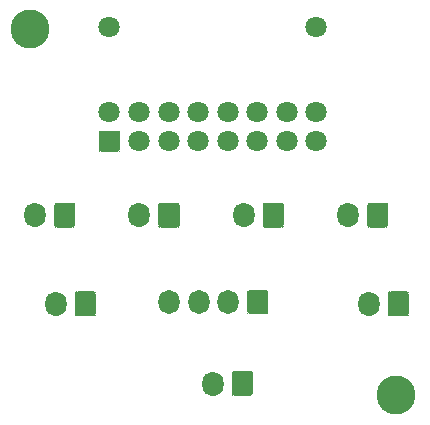
<source format=gts>
G04 #@! TF.GenerationSoftware,KiCad,Pcbnew,(5.1.12)-1*
G04 #@! TF.CreationDate,2021-12-28T23:10:21+01:00*
G04 #@! TF.ProjectId,Toolhead_PCB,546f6f6c-6865-4616-945f-5043422e6b69,rev?*
G04 #@! TF.SameCoordinates,Original*
G04 #@! TF.FileFunction,Soldermask,Top*
G04 #@! TF.FilePolarity,Negative*
%FSLAX46Y46*%
G04 Gerber Fmt 4.6, Leading zero omitted, Abs format (unit mm)*
G04 Created by KiCad (PCBNEW (5.1.12)-1) date 2021-12-28 23:10:21*
%MOMM*%
%LPD*%
G01*
G04 APERTURE LIST*
%ADD10C,1.802000*%
%ADD11C,3.302000*%
%ADD12O,1.802000X2.102000*%
%ADD13O,1.802000X2.052000*%
%ADD14C,0.100000*%
G04 APERTURE END LIST*
D10*
X158550220Y-75820219D03*
X141050220Y-75820219D03*
X158550220Y-83000219D03*
X156050220Y-83000219D03*
X153550220Y-83000219D03*
X151050220Y-83000219D03*
X148550220Y-83000219D03*
X146050220Y-83000219D03*
X143550220Y-83000219D03*
X141050220Y-83000219D03*
X158550220Y-85500219D03*
X156050220Y-85500219D03*
X153550220Y-85500219D03*
X151050220Y-85500219D03*
X148550220Y-85500219D03*
X146050220Y-85500219D03*
X143550220Y-85500219D03*
G36*
G01*
X141686220Y-86401219D02*
X140414220Y-86401219D01*
G75*
G02*
X140149220Y-86136219I0J265000D01*
G01*
X140149220Y-84864219D01*
G75*
G02*
X140414220Y-84599219I265000J0D01*
G01*
X141686220Y-84599219D01*
G75*
G02*
X141951220Y-84864219I0J-265000D01*
G01*
X141951220Y-86136219D01*
G75*
G02*
X141686220Y-86401219I-265000J0D01*
G01*
G37*
D11*
X165300000Y-107000000D03*
X134300000Y-76000000D03*
D12*
X161250000Y-91750000D03*
G36*
G01*
X164651000Y-90964000D02*
X164651000Y-92536000D01*
G75*
G02*
X164386000Y-92801000I-265000J0D01*
G01*
X163114000Y-92801000D01*
G75*
G02*
X162849000Y-92536000I0J265000D01*
G01*
X162849000Y-90964000D01*
G75*
G02*
X163114000Y-90699000I265000J0D01*
G01*
X164386000Y-90699000D01*
G75*
G02*
X164651000Y-90964000I0J-265000D01*
G01*
G37*
X152416666Y-91750000D03*
G36*
G01*
X155817666Y-90964000D02*
X155817666Y-92536000D01*
G75*
G02*
X155552666Y-92801000I-265000J0D01*
G01*
X154280666Y-92801000D01*
G75*
G02*
X154015666Y-92536000I0J265000D01*
G01*
X154015666Y-90964000D01*
G75*
G02*
X154280666Y-90699000I265000J0D01*
G01*
X155552666Y-90699000D01*
G75*
G02*
X155817666Y-90964000I0J-265000D01*
G01*
G37*
X163000000Y-99250000D03*
G36*
G01*
X166401000Y-98464000D02*
X166401000Y-100036000D01*
G75*
G02*
X166136000Y-100301000I-265000J0D01*
G01*
X164864000Y-100301000D01*
G75*
G02*
X164599000Y-100036000I0J265000D01*
G01*
X164599000Y-98464000D01*
G75*
G02*
X164864000Y-98199000I265000J0D01*
G01*
X166136000Y-98199000D01*
G75*
G02*
X166401000Y-98464000I0J-265000D01*
G01*
G37*
D13*
X146100000Y-99100000D03*
X148600000Y-99100000D03*
X151100000Y-99100000D03*
G36*
G01*
X154501000Y-98339000D02*
X154501000Y-99861000D01*
G75*
G02*
X154236000Y-100126000I-265000J0D01*
G01*
X152964000Y-100126000D01*
G75*
G02*
X152699000Y-99861000I0J265000D01*
G01*
X152699000Y-98339000D01*
G75*
G02*
X152964000Y-98074000I265000J0D01*
G01*
X154236000Y-98074000D01*
G75*
G02*
X154501000Y-98339000I0J-265000D01*
G01*
G37*
D12*
X149800220Y-106000219D03*
G36*
G01*
X153201220Y-105214219D02*
X153201220Y-106786219D01*
G75*
G02*
X152936220Y-107051219I-265000J0D01*
G01*
X151664220Y-107051219D01*
G75*
G02*
X151399220Y-106786219I0J265000D01*
G01*
X151399220Y-105214219D01*
G75*
G02*
X151664220Y-104949219I265000J0D01*
G01*
X152936220Y-104949219D01*
G75*
G02*
X153201220Y-105214219I0J-265000D01*
G01*
G37*
X134750000Y-91750000D03*
G36*
G01*
X138151000Y-90964000D02*
X138151000Y-92536000D01*
G75*
G02*
X137886000Y-92801000I-265000J0D01*
G01*
X136614000Y-92801000D01*
G75*
G02*
X136349000Y-92536000I0J265000D01*
G01*
X136349000Y-90964000D01*
G75*
G02*
X136614000Y-90699000I265000J0D01*
G01*
X137886000Y-90699000D01*
G75*
G02*
X138151000Y-90964000I0J-265000D01*
G01*
G37*
X136500000Y-99250000D03*
G36*
G01*
X139901000Y-98464000D02*
X139901000Y-100036000D01*
G75*
G02*
X139636000Y-100301000I-265000J0D01*
G01*
X138364000Y-100301000D01*
G75*
G02*
X138099000Y-100036000I0J265000D01*
G01*
X138099000Y-98464000D01*
G75*
G02*
X138364000Y-98199000I265000J0D01*
G01*
X139636000Y-98199000D01*
G75*
G02*
X139901000Y-98464000I0J-265000D01*
G01*
G37*
X143583333Y-91750000D03*
G36*
G01*
X146984333Y-90964000D02*
X146984333Y-92536000D01*
G75*
G02*
X146719333Y-92801000I-265000J0D01*
G01*
X145447333Y-92801000D01*
G75*
G02*
X145182333Y-92536000I0J265000D01*
G01*
X145182333Y-90964000D01*
G75*
G02*
X145447333Y-90699000I265000J0D01*
G01*
X146719333Y-90699000D01*
G75*
G02*
X146984333Y-90964000I0J-265000D01*
G01*
G37*
D14*
G36*
X153202385Y-106784593D02*
G01*
X153203220Y-106786219D01*
X153203220Y-106868316D01*
X153203210Y-106868512D01*
X153199221Y-106909015D01*
X153199145Y-106909400D01*
X153189119Y-106942452D01*
X153188969Y-106942814D01*
X153172692Y-106973265D01*
X153172474Y-106973591D01*
X153150565Y-107000287D01*
X153150288Y-107000564D01*
X153123592Y-107022473D01*
X153123266Y-107022691D01*
X153092815Y-107038968D01*
X153092453Y-107039118D01*
X153059401Y-107049144D01*
X153059016Y-107049220D01*
X153018513Y-107053209D01*
X153018317Y-107053219D01*
X152936220Y-107053219D01*
X152934488Y-107052219D01*
X152934488Y-107050219D01*
X152936024Y-107049229D01*
X152987524Y-107044157D01*
X153036862Y-107029190D01*
X153082330Y-107004887D01*
X153122182Y-106972181D01*
X153154888Y-106932329D01*
X153179191Y-106886861D01*
X153194158Y-106837523D01*
X153199230Y-106786023D01*
X153200395Y-106784397D01*
X153202385Y-106784593D01*
G37*
G36*
X151401210Y-106786023D02*
G01*
X151406282Y-106837523D01*
X151421249Y-106886861D01*
X151445552Y-106932329D01*
X151478258Y-106972181D01*
X151518110Y-107004887D01*
X151563578Y-107029190D01*
X151612916Y-107044157D01*
X151664416Y-107049229D01*
X151666042Y-107050394D01*
X151665846Y-107052384D01*
X151664220Y-107053219D01*
X151582123Y-107053219D01*
X151581927Y-107053209D01*
X151541424Y-107049220D01*
X151541039Y-107049144D01*
X151507987Y-107039118D01*
X151507625Y-107038968D01*
X151477174Y-107022691D01*
X151476848Y-107022473D01*
X151450152Y-107000564D01*
X151449875Y-107000287D01*
X151427966Y-106973591D01*
X151427748Y-106973265D01*
X151411471Y-106942814D01*
X151411321Y-106942452D01*
X151401295Y-106909400D01*
X151401219Y-106909015D01*
X151397230Y-106868512D01*
X151397220Y-106868316D01*
X151397220Y-106786219D01*
X151398220Y-106784487D01*
X151400220Y-106784487D01*
X151401210Y-106786023D01*
G37*
G36*
X151665952Y-104948219D02*
G01*
X151665952Y-104950219D01*
X151664416Y-104951209D01*
X151612916Y-104956281D01*
X151563578Y-104971248D01*
X151518110Y-104995551D01*
X151478258Y-105028257D01*
X151445552Y-105068109D01*
X151421249Y-105113577D01*
X151406282Y-105162915D01*
X151401210Y-105214415D01*
X151400045Y-105216041D01*
X151398055Y-105215845D01*
X151397220Y-105214219D01*
X151397220Y-105132122D01*
X151397230Y-105131926D01*
X151401219Y-105091423D01*
X151401295Y-105091038D01*
X151411321Y-105057986D01*
X151411471Y-105057624D01*
X151427748Y-105027173D01*
X151427966Y-105026847D01*
X151449875Y-105000151D01*
X151450152Y-104999874D01*
X151476848Y-104977965D01*
X151477174Y-104977747D01*
X151507625Y-104961470D01*
X151507987Y-104961320D01*
X151541039Y-104951294D01*
X151541424Y-104951218D01*
X151581927Y-104947229D01*
X151582123Y-104947219D01*
X151664220Y-104947219D01*
X151665952Y-104948219D01*
G37*
G36*
X153018513Y-104947229D02*
G01*
X153059016Y-104951218D01*
X153059401Y-104951294D01*
X153092453Y-104961320D01*
X153092815Y-104961470D01*
X153123266Y-104977747D01*
X153123592Y-104977965D01*
X153150288Y-104999874D01*
X153150565Y-105000151D01*
X153172474Y-105026847D01*
X153172692Y-105027173D01*
X153188969Y-105057624D01*
X153189119Y-105057986D01*
X153199145Y-105091038D01*
X153199221Y-105091423D01*
X153203210Y-105131926D01*
X153203220Y-105132122D01*
X153203220Y-105214219D01*
X153202220Y-105215951D01*
X153200220Y-105215951D01*
X153199230Y-105214415D01*
X153194158Y-105162915D01*
X153179191Y-105113577D01*
X153154888Y-105068109D01*
X153122182Y-105028257D01*
X153082330Y-104995551D01*
X153036862Y-104971248D01*
X152987524Y-104956281D01*
X152936024Y-104951209D01*
X152934398Y-104950044D01*
X152934594Y-104948054D01*
X152936220Y-104947219D01*
X153018317Y-104947219D01*
X153018513Y-104947229D01*
G37*
G36*
X139902165Y-100034374D02*
G01*
X139903000Y-100036000D01*
X139903000Y-100118097D01*
X139902990Y-100118293D01*
X139899001Y-100158796D01*
X139898925Y-100159181D01*
X139888899Y-100192233D01*
X139888749Y-100192595D01*
X139872472Y-100223046D01*
X139872254Y-100223372D01*
X139850345Y-100250068D01*
X139850068Y-100250345D01*
X139823372Y-100272254D01*
X139823046Y-100272472D01*
X139792595Y-100288749D01*
X139792233Y-100288899D01*
X139759181Y-100298925D01*
X139758796Y-100299001D01*
X139718293Y-100302990D01*
X139718097Y-100303000D01*
X139636000Y-100303000D01*
X139634268Y-100302000D01*
X139634268Y-100300000D01*
X139635804Y-100299010D01*
X139687304Y-100293938D01*
X139736642Y-100278971D01*
X139782110Y-100254668D01*
X139821962Y-100221962D01*
X139854668Y-100182110D01*
X139878971Y-100136642D01*
X139893938Y-100087304D01*
X139899010Y-100035804D01*
X139900175Y-100034178D01*
X139902165Y-100034374D01*
G37*
G36*
X164600990Y-100035804D02*
G01*
X164606062Y-100087304D01*
X164621029Y-100136642D01*
X164645332Y-100182110D01*
X164678038Y-100221962D01*
X164717890Y-100254668D01*
X164763358Y-100278971D01*
X164812696Y-100293938D01*
X164864196Y-100299010D01*
X164865822Y-100300175D01*
X164865626Y-100302165D01*
X164864000Y-100303000D01*
X164781903Y-100303000D01*
X164781707Y-100302990D01*
X164741204Y-100299001D01*
X164740819Y-100298925D01*
X164707767Y-100288899D01*
X164707405Y-100288749D01*
X164676954Y-100272472D01*
X164676628Y-100272254D01*
X164649932Y-100250345D01*
X164649655Y-100250068D01*
X164627746Y-100223372D01*
X164627528Y-100223046D01*
X164611251Y-100192595D01*
X164611101Y-100192233D01*
X164601075Y-100159181D01*
X164600999Y-100158796D01*
X164597010Y-100118293D01*
X164597000Y-100118097D01*
X164597000Y-100036000D01*
X164598000Y-100034268D01*
X164600000Y-100034268D01*
X164600990Y-100035804D01*
G37*
G36*
X166402165Y-100034374D02*
G01*
X166403000Y-100036000D01*
X166403000Y-100118097D01*
X166402990Y-100118293D01*
X166399001Y-100158796D01*
X166398925Y-100159181D01*
X166388899Y-100192233D01*
X166388749Y-100192595D01*
X166372472Y-100223046D01*
X166372254Y-100223372D01*
X166350345Y-100250068D01*
X166350068Y-100250345D01*
X166323372Y-100272254D01*
X166323046Y-100272472D01*
X166292595Y-100288749D01*
X166292233Y-100288899D01*
X166259181Y-100298925D01*
X166258796Y-100299001D01*
X166218293Y-100302990D01*
X166218097Y-100303000D01*
X166136000Y-100303000D01*
X166134268Y-100302000D01*
X166134268Y-100300000D01*
X166135804Y-100299010D01*
X166187304Y-100293938D01*
X166236642Y-100278971D01*
X166282110Y-100254668D01*
X166321962Y-100221962D01*
X166354668Y-100182110D01*
X166378971Y-100136642D01*
X166393938Y-100087304D01*
X166399010Y-100035804D01*
X166400175Y-100034178D01*
X166402165Y-100034374D01*
G37*
G36*
X138100990Y-100035804D02*
G01*
X138106062Y-100087304D01*
X138121029Y-100136642D01*
X138145332Y-100182110D01*
X138178038Y-100221962D01*
X138217890Y-100254668D01*
X138263358Y-100278971D01*
X138312696Y-100293938D01*
X138364196Y-100299010D01*
X138365822Y-100300175D01*
X138365626Y-100302165D01*
X138364000Y-100303000D01*
X138281903Y-100303000D01*
X138281707Y-100302990D01*
X138241204Y-100299001D01*
X138240819Y-100298925D01*
X138207767Y-100288899D01*
X138207405Y-100288749D01*
X138176954Y-100272472D01*
X138176628Y-100272254D01*
X138149932Y-100250345D01*
X138149655Y-100250068D01*
X138127746Y-100223372D01*
X138127528Y-100223046D01*
X138111251Y-100192595D01*
X138111101Y-100192233D01*
X138101075Y-100159181D01*
X138100999Y-100158796D01*
X138097010Y-100118293D01*
X138097000Y-100118097D01*
X138097000Y-100036000D01*
X138098000Y-100034268D01*
X138100000Y-100034268D01*
X138100990Y-100035804D01*
G37*
G36*
X154502165Y-99859374D02*
G01*
X154503000Y-99861000D01*
X154503000Y-99943097D01*
X154502990Y-99943293D01*
X154499001Y-99983796D01*
X154498925Y-99984181D01*
X154488899Y-100017233D01*
X154488749Y-100017595D01*
X154472472Y-100048046D01*
X154472254Y-100048372D01*
X154450345Y-100075068D01*
X154450068Y-100075345D01*
X154423372Y-100097254D01*
X154423046Y-100097472D01*
X154392595Y-100113749D01*
X154392233Y-100113899D01*
X154359181Y-100123925D01*
X154358796Y-100124001D01*
X154318293Y-100127990D01*
X154318097Y-100128000D01*
X154236000Y-100128000D01*
X154234268Y-100127000D01*
X154234268Y-100125000D01*
X154235804Y-100124010D01*
X154287304Y-100118938D01*
X154336642Y-100103971D01*
X154382110Y-100079668D01*
X154421962Y-100046962D01*
X154454668Y-100007110D01*
X154478971Y-99961642D01*
X154493938Y-99912304D01*
X154499010Y-99860804D01*
X154500175Y-99859178D01*
X154502165Y-99859374D01*
G37*
G36*
X152700990Y-99860804D02*
G01*
X152706062Y-99912304D01*
X152721029Y-99961642D01*
X152745332Y-100007110D01*
X152778038Y-100046962D01*
X152817890Y-100079668D01*
X152863358Y-100103971D01*
X152912696Y-100118938D01*
X152964196Y-100124010D01*
X152965822Y-100125175D01*
X152965626Y-100127165D01*
X152964000Y-100128000D01*
X152881903Y-100128000D01*
X152881707Y-100127990D01*
X152841204Y-100124001D01*
X152840819Y-100123925D01*
X152807767Y-100113899D01*
X152807405Y-100113749D01*
X152776954Y-100097472D01*
X152776628Y-100097254D01*
X152749932Y-100075345D01*
X152749655Y-100075068D01*
X152727746Y-100048372D01*
X152727528Y-100048046D01*
X152711251Y-100017595D01*
X152711101Y-100017233D01*
X152701075Y-99984181D01*
X152700999Y-99983796D01*
X152697010Y-99943293D01*
X152697000Y-99943097D01*
X152697000Y-99861000D01*
X152698000Y-99859268D01*
X152700000Y-99859268D01*
X152700990Y-99860804D01*
G37*
G36*
X138365732Y-98198000D02*
G01*
X138365732Y-98200000D01*
X138364196Y-98200990D01*
X138312696Y-98206062D01*
X138263358Y-98221029D01*
X138217890Y-98245332D01*
X138178038Y-98278038D01*
X138145332Y-98317890D01*
X138121029Y-98363358D01*
X138106062Y-98412696D01*
X138100990Y-98464196D01*
X138099825Y-98465822D01*
X138097835Y-98465626D01*
X138097000Y-98464000D01*
X138097000Y-98381903D01*
X138097010Y-98381707D01*
X138100999Y-98341204D01*
X138101075Y-98340819D01*
X138111101Y-98307767D01*
X138111251Y-98307405D01*
X138127528Y-98276954D01*
X138127746Y-98276628D01*
X138149655Y-98249932D01*
X138149932Y-98249655D01*
X138176628Y-98227746D01*
X138176954Y-98227528D01*
X138207405Y-98211251D01*
X138207767Y-98211101D01*
X138240819Y-98201075D01*
X138241204Y-98200999D01*
X138281707Y-98197010D01*
X138281903Y-98197000D01*
X138364000Y-98197000D01*
X138365732Y-98198000D01*
G37*
G36*
X164865732Y-98198000D02*
G01*
X164865732Y-98200000D01*
X164864196Y-98200990D01*
X164812696Y-98206062D01*
X164763358Y-98221029D01*
X164717890Y-98245332D01*
X164678038Y-98278038D01*
X164645332Y-98317890D01*
X164621029Y-98363358D01*
X164606062Y-98412696D01*
X164600990Y-98464196D01*
X164599825Y-98465822D01*
X164597835Y-98465626D01*
X164597000Y-98464000D01*
X164597000Y-98381903D01*
X164597010Y-98381707D01*
X164600999Y-98341204D01*
X164601075Y-98340819D01*
X164611101Y-98307767D01*
X164611251Y-98307405D01*
X164627528Y-98276954D01*
X164627746Y-98276628D01*
X164649655Y-98249932D01*
X164649932Y-98249655D01*
X164676628Y-98227746D01*
X164676954Y-98227528D01*
X164707405Y-98211251D01*
X164707767Y-98211101D01*
X164740819Y-98201075D01*
X164741204Y-98200999D01*
X164781707Y-98197010D01*
X164781903Y-98197000D01*
X164864000Y-98197000D01*
X164865732Y-98198000D01*
G37*
G36*
X139718293Y-98197010D02*
G01*
X139758796Y-98200999D01*
X139759181Y-98201075D01*
X139792233Y-98211101D01*
X139792595Y-98211251D01*
X139823046Y-98227528D01*
X139823372Y-98227746D01*
X139850068Y-98249655D01*
X139850345Y-98249932D01*
X139872254Y-98276628D01*
X139872472Y-98276954D01*
X139888749Y-98307405D01*
X139888899Y-98307767D01*
X139898925Y-98340819D01*
X139899001Y-98341204D01*
X139902990Y-98381707D01*
X139903000Y-98381903D01*
X139903000Y-98464000D01*
X139902000Y-98465732D01*
X139900000Y-98465732D01*
X139899010Y-98464196D01*
X139893938Y-98412696D01*
X139878971Y-98363358D01*
X139854668Y-98317890D01*
X139821962Y-98278038D01*
X139782110Y-98245332D01*
X139736642Y-98221029D01*
X139687304Y-98206062D01*
X139635804Y-98200990D01*
X139634178Y-98199825D01*
X139634374Y-98197835D01*
X139636000Y-98197000D01*
X139718097Y-98197000D01*
X139718293Y-98197010D01*
G37*
G36*
X166218293Y-98197010D02*
G01*
X166258796Y-98200999D01*
X166259181Y-98201075D01*
X166292233Y-98211101D01*
X166292595Y-98211251D01*
X166323046Y-98227528D01*
X166323372Y-98227746D01*
X166350068Y-98249655D01*
X166350345Y-98249932D01*
X166372254Y-98276628D01*
X166372472Y-98276954D01*
X166388749Y-98307405D01*
X166388899Y-98307767D01*
X166398925Y-98340819D01*
X166399001Y-98341204D01*
X166402990Y-98381707D01*
X166403000Y-98381903D01*
X166403000Y-98464000D01*
X166402000Y-98465732D01*
X166400000Y-98465732D01*
X166399010Y-98464196D01*
X166393938Y-98412696D01*
X166378971Y-98363358D01*
X166354668Y-98317890D01*
X166321962Y-98278038D01*
X166282110Y-98245332D01*
X166236642Y-98221029D01*
X166187304Y-98206062D01*
X166135804Y-98200990D01*
X166134178Y-98199825D01*
X166134374Y-98197835D01*
X166136000Y-98197000D01*
X166218097Y-98197000D01*
X166218293Y-98197010D01*
G37*
G36*
X152965732Y-98073000D02*
G01*
X152965732Y-98075000D01*
X152964196Y-98075990D01*
X152912696Y-98081062D01*
X152863358Y-98096029D01*
X152817890Y-98120332D01*
X152778038Y-98153038D01*
X152745332Y-98192890D01*
X152721029Y-98238358D01*
X152706062Y-98287696D01*
X152700990Y-98339196D01*
X152699825Y-98340822D01*
X152697835Y-98340626D01*
X152697000Y-98339000D01*
X152697000Y-98256903D01*
X152697010Y-98256707D01*
X152700999Y-98216204D01*
X152701075Y-98215819D01*
X152711101Y-98182767D01*
X152711251Y-98182405D01*
X152727528Y-98151954D01*
X152727746Y-98151628D01*
X152749655Y-98124932D01*
X152749932Y-98124655D01*
X152776628Y-98102746D01*
X152776954Y-98102528D01*
X152807405Y-98086251D01*
X152807767Y-98086101D01*
X152840819Y-98076075D01*
X152841204Y-98075999D01*
X152881707Y-98072010D01*
X152881903Y-98072000D01*
X152964000Y-98072000D01*
X152965732Y-98073000D01*
G37*
G36*
X154318293Y-98072010D02*
G01*
X154358796Y-98075999D01*
X154359181Y-98076075D01*
X154392233Y-98086101D01*
X154392595Y-98086251D01*
X154423046Y-98102528D01*
X154423372Y-98102746D01*
X154450068Y-98124655D01*
X154450345Y-98124932D01*
X154472254Y-98151628D01*
X154472472Y-98151954D01*
X154488749Y-98182405D01*
X154488899Y-98182767D01*
X154498925Y-98215819D01*
X154499001Y-98216204D01*
X154502990Y-98256707D01*
X154503000Y-98256903D01*
X154503000Y-98339000D01*
X154502000Y-98340732D01*
X154500000Y-98340732D01*
X154499010Y-98339196D01*
X154493938Y-98287696D01*
X154478971Y-98238358D01*
X154454668Y-98192890D01*
X154421962Y-98153038D01*
X154382110Y-98120332D01*
X154336642Y-98096029D01*
X154287304Y-98081062D01*
X154235804Y-98075990D01*
X154234178Y-98074825D01*
X154234374Y-98072835D01*
X154236000Y-98072000D01*
X154318097Y-98072000D01*
X154318293Y-98072010D01*
G37*
G36*
X146985498Y-92534374D02*
G01*
X146986333Y-92536000D01*
X146986333Y-92618097D01*
X146986323Y-92618293D01*
X146982334Y-92658796D01*
X146982258Y-92659181D01*
X146972232Y-92692233D01*
X146972082Y-92692595D01*
X146955805Y-92723046D01*
X146955587Y-92723372D01*
X146933678Y-92750068D01*
X146933401Y-92750345D01*
X146906705Y-92772254D01*
X146906379Y-92772472D01*
X146875928Y-92788749D01*
X146875566Y-92788899D01*
X146842514Y-92798925D01*
X146842129Y-92799001D01*
X146801626Y-92802990D01*
X146801430Y-92803000D01*
X146719333Y-92803000D01*
X146717601Y-92802000D01*
X146717601Y-92800000D01*
X146719137Y-92799010D01*
X146770637Y-92793938D01*
X146819975Y-92778971D01*
X146865443Y-92754668D01*
X146905295Y-92721962D01*
X146938001Y-92682110D01*
X146962304Y-92636642D01*
X146977271Y-92587304D01*
X146982343Y-92535804D01*
X146983508Y-92534178D01*
X146985498Y-92534374D01*
G37*
G36*
X164652165Y-92534374D02*
G01*
X164653000Y-92536000D01*
X164653000Y-92618097D01*
X164652990Y-92618293D01*
X164649001Y-92658796D01*
X164648925Y-92659181D01*
X164638899Y-92692233D01*
X164638749Y-92692595D01*
X164622472Y-92723046D01*
X164622254Y-92723372D01*
X164600345Y-92750068D01*
X164600068Y-92750345D01*
X164573372Y-92772254D01*
X164573046Y-92772472D01*
X164542595Y-92788749D01*
X164542233Y-92788899D01*
X164509181Y-92798925D01*
X164508796Y-92799001D01*
X164468293Y-92802990D01*
X164468097Y-92803000D01*
X164386000Y-92803000D01*
X164384268Y-92802000D01*
X164384268Y-92800000D01*
X164385804Y-92799010D01*
X164437304Y-92793938D01*
X164486642Y-92778971D01*
X164532110Y-92754668D01*
X164571962Y-92721962D01*
X164604668Y-92682110D01*
X164628971Y-92636642D01*
X164643938Y-92587304D01*
X164649010Y-92535804D01*
X164650175Y-92534178D01*
X164652165Y-92534374D01*
G37*
G36*
X145184323Y-92535804D02*
G01*
X145189395Y-92587304D01*
X145204362Y-92636642D01*
X145228665Y-92682110D01*
X145261371Y-92721962D01*
X145301223Y-92754668D01*
X145346691Y-92778971D01*
X145396029Y-92793938D01*
X145447529Y-92799010D01*
X145449155Y-92800175D01*
X145448959Y-92802165D01*
X145447333Y-92803000D01*
X145365236Y-92803000D01*
X145365040Y-92802990D01*
X145324537Y-92799001D01*
X145324152Y-92798925D01*
X145291100Y-92788899D01*
X145290738Y-92788749D01*
X145260287Y-92772472D01*
X145259961Y-92772254D01*
X145233265Y-92750345D01*
X145232988Y-92750068D01*
X145211079Y-92723372D01*
X145210861Y-92723046D01*
X145194584Y-92692595D01*
X145194434Y-92692233D01*
X145184408Y-92659181D01*
X145184332Y-92658796D01*
X145180343Y-92618293D01*
X145180333Y-92618097D01*
X145180333Y-92536000D01*
X145181333Y-92534268D01*
X145183333Y-92534268D01*
X145184323Y-92535804D01*
G37*
G36*
X138152165Y-92534374D02*
G01*
X138153000Y-92536000D01*
X138153000Y-92618097D01*
X138152990Y-92618293D01*
X138149001Y-92658796D01*
X138148925Y-92659181D01*
X138138899Y-92692233D01*
X138138749Y-92692595D01*
X138122472Y-92723046D01*
X138122254Y-92723372D01*
X138100345Y-92750068D01*
X138100068Y-92750345D01*
X138073372Y-92772254D01*
X138073046Y-92772472D01*
X138042595Y-92788749D01*
X138042233Y-92788899D01*
X138009181Y-92798925D01*
X138008796Y-92799001D01*
X137968293Y-92802990D01*
X137968097Y-92803000D01*
X137886000Y-92803000D01*
X137884268Y-92802000D01*
X137884268Y-92800000D01*
X137885804Y-92799010D01*
X137937304Y-92793938D01*
X137986642Y-92778971D01*
X138032110Y-92754668D01*
X138071962Y-92721962D01*
X138104668Y-92682110D01*
X138128971Y-92636642D01*
X138143938Y-92587304D01*
X138149010Y-92535804D01*
X138150175Y-92534178D01*
X138152165Y-92534374D01*
G37*
G36*
X162850990Y-92535804D02*
G01*
X162856062Y-92587304D01*
X162871029Y-92636642D01*
X162895332Y-92682110D01*
X162928038Y-92721962D01*
X162967890Y-92754668D01*
X163013358Y-92778971D01*
X163062696Y-92793938D01*
X163114196Y-92799010D01*
X163115822Y-92800175D01*
X163115626Y-92802165D01*
X163114000Y-92803000D01*
X163031903Y-92803000D01*
X163031707Y-92802990D01*
X162991204Y-92799001D01*
X162990819Y-92798925D01*
X162957767Y-92788899D01*
X162957405Y-92788749D01*
X162926954Y-92772472D01*
X162926628Y-92772254D01*
X162899932Y-92750345D01*
X162899655Y-92750068D01*
X162877746Y-92723372D01*
X162877528Y-92723046D01*
X162861251Y-92692595D01*
X162861101Y-92692233D01*
X162851075Y-92659181D01*
X162850999Y-92658796D01*
X162847010Y-92618293D01*
X162847000Y-92618097D01*
X162847000Y-92536000D01*
X162848000Y-92534268D01*
X162850000Y-92534268D01*
X162850990Y-92535804D01*
G37*
G36*
X154017656Y-92535804D02*
G01*
X154022728Y-92587304D01*
X154037695Y-92636642D01*
X154061998Y-92682110D01*
X154094704Y-92721962D01*
X154134556Y-92754668D01*
X154180024Y-92778971D01*
X154229362Y-92793938D01*
X154280862Y-92799010D01*
X154282488Y-92800175D01*
X154282292Y-92802165D01*
X154280666Y-92803000D01*
X154198569Y-92803000D01*
X154198373Y-92802990D01*
X154157870Y-92799001D01*
X154157485Y-92798925D01*
X154124433Y-92788899D01*
X154124071Y-92788749D01*
X154093620Y-92772472D01*
X154093294Y-92772254D01*
X154066598Y-92750345D01*
X154066321Y-92750068D01*
X154044412Y-92723372D01*
X154044194Y-92723046D01*
X154027917Y-92692595D01*
X154027767Y-92692233D01*
X154017741Y-92659181D01*
X154017665Y-92658796D01*
X154013676Y-92618293D01*
X154013666Y-92618097D01*
X154013666Y-92536000D01*
X154014666Y-92534268D01*
X154016666Y-92534268D01*
X154017656Y-92535804D01*
G37*
G36*
X136350990Y-92535804D02*
G01*
X136356062Y-92587304D01*
X136371029Y-92636642D01*
X136395332Y-92682110D01*
X136428038Y-92721962D01*
X136467890Y-92754668D01*
X136513358Y-92778971D01*
X136562696Y-92793938D01*
X136614196Y-92799010D01*
X136615822Y-92800175D01*
X136615626Y-92802165D01*
X136614000Y-92803000D01*
X136531903Y-92803000D01*
X136531707Y-92802990D01*
X136491204Y-92799001D01*
X136490819Y-92798925D01*
X136457767Y-92788899D01*
X136457405Y-92788749D01*
X136426954Y-92772472D01*
X136426628Y-92772254D01*
X136399932Y-92750345D01*
X136399655Y-92750068D01*
X136377746Y-92723372D01*
X136377528Y-92723046D01*
X136361251Y-92692595D01*
X136361101Y-92692233D01*
X136351075Y-92659181D01*
X136350999Y-92658796D01*
X136347010Y-92618293D01*
X136347000Y-92618097D01*
X136347000Y-92536000D01*
X136348000Y-92534268D01*
X136350000Y-92534268D01*
X136350990Y-92535804D01*
G37*
G36*
X155818831Y-92534374D02*
G01*
X155819666Y-92536000D01*
X155819666Y-92618097D01*
X155819656Y-92618293D01*
X155815667Y-92658796D01*
X155815591Y-92659181D01*
X155805565Y-92692233D01*
X155805415Y-92692595D01*
X155789138Y-92723046D01*
X155788920Y-92723372D01*
X155767011Y-92750068D01*
X155766734Y-92750345D01*
X155740038Y-92772254D01*
X155739712Y-92772472D01*
X155709261Y-92788749D01*
X155708899Y-92788899D01*
X155675847Y-92798925D01*
X155675462Y-92799001D01*
X155634959Y-92802990D01*
X155634763Y-92803000D01*
X155552666Y-92803000D01*
X155550934Y-92802000D01*
X155550934Y-92800000D01*
X155552470Y-92799010D01*
X155603970Y-92793938D01*
X155653308Y-92778971D01*
X155698776Y-92754668D01*
X155738628Y-92721962D01*
X155771334Y-92682110D01*
X155795637Y-92636642D01*
X155810604Y-92587304D01*
X155815676Y-92535804D01*
X155816841Y-92534178D01*
X155818831Y-92534374D01*
G37*
G36*
X145449065Y-90698000D02*
G01*
X145449065Y-90700000D01*
X145447529Y-90700990D01*
X145396029Y-90706062D01*
X145346691Y-90721029D01*
X145301223Y-90745332D01*
X145261371Y-90778038D01*
X145228665Y-90817890D01*
X145204362Y-90863358D01*
X145189395Y-90912696D01*
X145184323Y-90964196D01*
X145183158Y-90965822D01*
X145181168Y-90965626D01*
X145180333Y-90964000D01*
X145180333Y-90881903D01*
X145180343Y-90881707D01*
X145184332Y-90841204D01*
X145184408Y-90840819D01*
X145194434Y-90807767D01*
X145194584Y-90807405D01*
X145210861Y-90776954D01*
X145211079Y-90776628D01*
X145232988Y-90749932D01*
X145233265Y-90749655D01*
X145259961Y-90727746D01*
X145260287Y-90727528D01*
X145290738Y-90711251D01*
X145291100Y-90711101D01*
X145324152Y-90701075D01*
X145324537Y-90700999D01*
X145365040Y-90697010D01*
X145365236Y-90697000D01*
X145447333Y-90697000D01*
X145449065Y-90698000D01*
G37*
G36*
X163115732Y-90698000D02*
G01*
X163115732Y-90700000D01*
X163114196Y-90700990D01*
X163062696Y-90706062D01*
X163013358Y-90721029D01*
X162967890Y-90745332D01*
X162928038Y-90778038D01*
X162895332Y-90817890D01*
X162871029Y-90863358D01*
X162856062Y-90912696D01*
X162850990Y-90964196D01*
X162849825Y-90965822D01*
X162847835Y-90965626D01*
X162847000Y-90964000D01*
X162847000Y-90881903D01*
X162847010Y-90881707D01*
X162850999Y-90841204D01*
X162851075Y-90840819D01*
X162861101Y-90807767D01*
X162861251Y-90807405D01*
X162877528Y-90776954D01*
X162877746Y-90776628D01*
X162899655Y-90749932D01*
X162899932Y-90749655D01*
X162926628Y-90727746D01*
X162926954Y-90727528D01*
X162957405Y-90711251D01*
X162957767Y-90711101D01*
X162990819Y-90701075D01*
X162991204Y-90700999D01*
X163031707Y-90697010D01*
X163031903Y-90697000D01*
X163114000Y-90697000D01*
X163115732Y-90698000D01*
G37*
G36*
X154282398Y-90698000D02*
G01*
X154282398Y-90700000D01*
X154280862Y-90700990D01*
X154229362Y-90706062D01*
X154180024Y-90721029D01*
X154134556Y-90745332D01*
X154094704Y-90778038D01*
X154061998Y-90817890D01*
X154037695Y-90863358D01*
X154022728Y-90912696D01*
X154017656Y-90964196D01*
X154016491Y-90965822D01*
X154014501Y-90965626D01*
X154013666Y-90964000D01*
X154013666Y-90881903D01*
X154013676Y-90881707D01*
X154017665Y-90841204D01*
X154017741Y-90840819D01*
X154027767Y-90807767D01*
X154027917Y-90807405D01*
X154044194Y-90776954D01*
X154044412Y-90776628D01*
X154066321Y-90749932D01*
X154066598Y-90749655D01*
X154093294Y-90727746D01*
X154093620Y-90727528D01*
X154124071Y-90711251D01*
X154124433Y-90711101D01*
X154157485Y-90701075D01*
X154157870Y-90700999D01*
X154198373Y-90697010D01*
X154198569Y-90697000D01*
X154280666Y-90697000D01*
X154282398Y-90698000D01*
G37*
G36*
X136615732Y-90698000D02*
G01*
X136615732Y-90700000D01*
X136614196Y-90700990D01*
X136562696Y-90706062D01*
X136513358Y-90721029D01*
X136467890Y-90745332D01*
X136428038Y-90778038D01*
X136395332Y-90817890D01*
X136371029Y-90863358D01*
X136356062Y-90912696D01*
X136350990Y-90964196D01*
X136349825Y-90965822D01*
X136347835Y-90965626D01*
X136347000Y-90964000D01*
X136347000Y-90881903D01*
X136347010Y-90881707D01*
X136350999Y-90841204D01*
X136351075Y-90840819D01*
X136361101Y-90807767D01*
X136361251Y-90807405D01*
X136377528Y-90776954D01*
X136377746Y-90776628D01*
X136399655Y-90749932D01*
X136399932Y-90749655D01*
X136426628Y-90727746D01*
X136426954Y-90727528D01*
X136457405Y-90711251D01*
X136457767Y-90711101D01*
X136490819Y-90701075D01*
X136491204Y-90700999D01*
X136531707Y-90697010D01*
X136531903Y-90697000D01*
X136614000Y-90697000D01*
X136615732Y-90698000D01*
G37*
G36*
X164468293Y-90697010D02*
G01*
X164508796Y-90700999D01*
X164509181Y-90701075D01*
X164542233Y-90711101D01*
X164542595Y-90711251D01*
X164573046Y-90727528D01*
X164573372Y-90727746D01*
X164600068Y-90749655D01*
X164600345Y-90749932D01*
X164622254Y-90776628D01*
X164622472Y-90776954D01*
X164638749Y-90807405D01*
X164638899Y-90807767D01*
X164648925Y-90840819D01*
X164649001Y-90841204D01*
X164652990Y-90881707D01*
X164653000Y-90881903D01*
X164653000Y-90964000D01*
X164652000Y-90965732D01*
X164650000Y-90965732D01*
X164649010Y-90964196D01*
X164643938Y-90912696D01*
X164628971Y-90863358D01*
X164604668Y-90817890D01*
X164571962Y-90778038D01*
X164532110Y-90745332D01*
X164486642Y-90721029D01*
X164437304Y-90706062D01*
X164385804Y-90700990D01*
X164384178Y-90699825D01*
X164384374Y-90697835D01*
X164386000Y-90697000D01*
X164468097Y-90697000D01*
X164468293Y-90697010D01*
G37*
G36*
X146801626Y-90697010D02*
G01*
X146842129Y-90700999D01*
X146842514Y-90701075D01*
X146875566Y-90711101D01*
X146875928Y-90711251D01*
X146906379Y-90727528D01*
X146906705Y-90727746D01*
X146933401Y-90749655D01*
X146933678Y-90749932D01*
X146955587Y-90776628D01*
X146955805Y-90776954D01*
X146972082Y-90807405D01*
X146972232Y-90807767D01*
X146982258Y-90840819D01*
X146982334Y-90841204D01*
X146986323Y-90881707D01*
X146986333Y-90881903D01*
X146986333Y-90964000D01*
X146985333Y-90965732D01*
X146983333Y-90965732D01*
X146982343Y-90964196D01*
X146977271Y-90912696D01*
X146962304Y-90863358D01*
X146938001Y-90817890D01*
X146905295Y-90778038D01*
X146865443Y-90745332D01*
X146819975Y-90721029D01*
X146770637Y-90706062D01*
X146719137Y-90700990D01*
X146717511Y-90699825D01*
X146717707Y-90697835D01*
X146719333Y-90697000D01*
X146801430Y-90697000D01*
X146801626Y-90697010D01*
G37*
G36*
X137968293Y-90697010D02*
G01*
X138008796Y-90700999D01*
X138009181Y-90701075D01*
X138042233Y-90711101D01*
X138042595Y-90711251D01*
X138073046Y-90727528D01*
X138073372Y-90727746D01*
X138100068Y-90749655D01*
X138100345Y-90749932D01*
X138122254Y-90776628D01*
X138122472Y-90776954D01*
X138138749Y-90807405D01*
X138138899Y-90807767D01*
X138148925Y-90840819D01*
X138149001Y-90841204D01*
X138152990Y-90881707D01*
X138153000Y-90881903D01*
X138153000Y-90964000D01*
X138152000Y-90965732D01*
X138150000Y-90965732D01*
X138149010Y-90964196D01*
X138143938Y-90912696D01*
X138128971Y-90863358D01*
X138104668Y-90817890D01*
X138071962Y-90778038D01*
X138032110Y-90745332D01*
X137986642Y-90721029D01*
X137937304Y-90706062D01*
X137885804Y-90700990D01*
X137884178Y-90699825D01*
X137884374Y-90697835D01*
X137886000Y-90697000D01*
X137968097Y-90697000D01*
X137968293Y-90697010D01*
G37*
G36*
X155634959Y-90697010D02*
G01*
X155675462Y-90700999D01*
X155675847Y-90701075D01*
X155708899Y-90711101D01*
X155709261Y-90711251D01*
X155739712Y-90727528D01*
X155740038Y-90727746D01*
X155766734Y-90749655D01*
X155767011Y-90749932D01*
X155788920Y-90776628D01*
X155789138Y-90776954D01*
X155805415Y-90807405D01*
X155805565Y-90807767D01*
X155815591Y-90840819D01*
X155815667Y-90841204D01*
X155819656Y-90881707D01*
X155819666Y-90881903D01*
X155819666Y-90964000D01*
X155818666Y-90965732D01*
X155816666Y-90965732D01*
X155815676Y-90964196D01*
X155810604Y-90912696D01*
X155795637Y-90863358D01*
X155771334Y-90817890D01*
X155738628Y-90778038D01*
X155698776Y-90745332D01*
X155653308Y-90721029D01*
X155603970Y-90706062D01*
X155552470Y-90700990D01*
X155550844Y-90699825D01*
X155551040Y-90697835D01*
X155552666Y-90697000D01*
X155634763Y-90697000D01*
X155634959Y-90697010D01*
G37*
G36*
X141952385Y-86134593D02*
G01*
X141953220Y-86136219D01*
X141953220Y-86218316D01*
X141953210Y-86218512D01*
X141949221Y-86259015D01*
X141949145Y-86259400D01*
X141939119Y-86292452D01*
X141938969Y-86292814D01*
X141922692Y-86323265D01*
X141922474Y-86323591D01*
X141900565Y-86350287D01*
X141900288Y-86350564D01*
X141873592Y-86372473D01*
X141873266Y-86372691D01*
X141842815Y-86388968D01*
X141842453Y-86389118D01*
X141809401Y-86399144D01*
X141809016Y-86399220D01*
X141768513Y-86403209D01*
X141768317Y-86403219D01*
X141686220Y-86403219D01*
X141684488Y-86402219D01*
X141684488Y-86400219D01*
X141686024Y-86399229D01*
X141737524Y-86394157D01*
X141786862Y-86379190D01*
X141832330Y-86354887D01*
X141872182Y-86322181D01*
X141904888Y-86282329D01*
X141929191Y-86236861D01*
X141944158Y-86187523D01*
X141949230Y-86136023D01*
X141950395Y-86134397D01*
X141952385Y-86134593D01*
G37*
G36*
X140151210Y-86136023D02*
G01*
X140156282Y-86187523D01*
X140171249Y-86236861D01*
X140195552Y-86282329D01*
X140228258Y-86322181D01*
X140268110Y-86354887D01*
X140313578Y-86379190D01*
X140362916Y-86394157D01*
X140414416Y-86399229D01*
X140416042Y-86400394D01*
X140415846Y-86402384D01*
X140414220Y-86403219D01*
X140332123Y-86403219D01*
X140331927Y-86403209D01*
X140291424Y-86399220D01*
X140291039Y-86399144D01*
X140257987Y-86389118D01*
X140257625Y-86388968D01*
X140227174Y-86372691D01*
X140226848Y-86372473D01*
X140200152Y-86350564D01*
X140199875Y-86350287D01*
X140177966Y-86323591D01*
X140177748Y-86323265D01*
X140161471Y-86292814D01*
X140161321Y-86292452D01*
X140151295Y-86259400D01*
X140151219Y-86259015D01*
X140147230Y-86218512D01*
X140147220Y-86218316D01*
X140147220Y-86136219D01*
X140148220Y-86134487D01*
X140150220Y-86134487D01*
X140151210Y-86136023D01*
G37*
G36*
X140415952Y-84598219D02*
G01*
X140415952Y-84600219D01*
X140414416Y-84601209D01*
X140362916Y-84606281D01*
X140313578Y-84621248D01*
X140268110Y-84645551D01*
X140228258Y-84678257D01*
X140195552Y-84718109D01*
X140171249Y-84763577D01*
X140156282Y-84812915D01*
X140151210Y-84864415D01*
X140150045Y-84866041D01*
X140148055Y-84865845D01*
X140147220Y-84864219D01*
X140147220Y-84782122D01*
X140147230Y-84781926D01*
X140151219Y-84741423D01*
X140151295Y-84741038D01*
X140161321Y-84707986D01*
X140161471Y-84707624D01*
X140177748Y-84677173D01*
X140177966Y-84676847D01*
X140199875Y-84650151D01*
X140200152Y-84649874D01*
X140226848Y-84627965D01*
X140227174Y-84627747D01*
X140257625Y-84611470D01*
X140257987Y-84611320D01*
X140291039Y-84601294D01*
X140291424Y-84601218D01*
X140331927Y-84597229D01*
X140332123Y-84597219D01*
X140414220Y-84597219D01*
X140415952Y-84598219D01*
G37*
G36*
X141768513Y-84597229D02*
G01*
X141809016Y-84601218D01*
X141809401Y-84601294D01*
X141842453Y-84611320D01*
X141842815Y-84611470D01*
X141873266Y-84627747D01*
X141873592Y-84627965D01*
X141900288Y-84649874D01*
X141900565Y-84650151D01*
X141922474Y-84676847D01*
X141922692Y-84677173D01*
X141938969Y-84707624D01*
X141939119Y-84707986D01*
X141949145Y-84741038D01*
X141949221Y-84741423D01*
X141953210Y-84781926D01*
X141953220Y-84782122D01*
X141953220Y-84864219D01*
X141952220Y-84865951D01*
X141950220Y-84865951D01*
X141949230Y-84864415D01*
X141944158Y-84812915D01*
X141929191Y-84763577D01*
X141904888Y-84718109D01*
X141872182Y-84678257D01*
X141832330Y-84645551D01*
X141786862Y-84621248D01*
X141737524Y-84606281D01*
X141686024Y-84601209D01*
X141684398Y-84600044D01*
X141684594Y-84598054D01*
X141686220Y-84597219D01*
X141768317Y-84597219D01*
X141768513Y-84597229D01*
G37*
M02*

</source>
